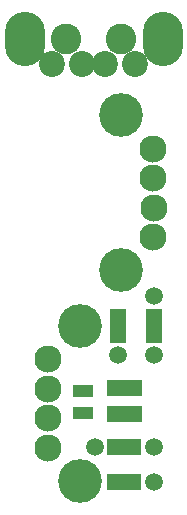
<source format=gbr>
G04 #@! TF.GenerationSoftware,KiCad,Pcbnew,(5.0.0)*
G04 #@! TF.CreationDate,2018-10-13T10:57:01-04:00*
G04 #@! TF.ProjectId,SecondPort_m3_usb,5365636F6E64506F72745F6D335F7573,1*
G04 #@! TF.SameCoordinates,Original*
G04 #@! TF.FileFunction,Soldermask,Bot*
G04 #@! TF.FilePolarity,Negative*
%FSLAX46Y46*%
G04 Gerber Fmt 4.6, Leading zero omitted, Abs format (unit mm)*
G04 Created by KiCad (PCBNEW (5.0.0)) date 10/13/18 10:57:01*
%MOMM*%
%LPD*%
G01*
G04 APERTURE LIST*
%ADD10C,2.300000*%
%ADD11C,3.700000*%
%ADD12O,3.400000X4.600000*%
%ADD13C,2.600000*%
%ADD14C,2.200000*%
%ADD15R,1.700000X1.100000*%
%ADD16R,1.050000X1.460000*%
%ADD17R,1.400000X2.900000*%
%ADD18R,2.900000X1.400000*%
%ADD19C,1.500000*%
G04 APERTURE END LIST*
D10*
G04 #@! TO.C,J3*
X106790000Y-129570000D03*
X106800000Y-132070000D03*
X106775000Y-134570000D03*
X106790000Y-137070000D03*
D11*
X109500000Y-126750000D03*
X109500000Y-139890000D03*
G04 #@! TD*
D12*
G04 #@! TO.C,J1*
X116500000Y-102500000D03*
X104800000Y-102500000D03*
D13*
X112950000Y-102500000D03*
X108350000Y-102500000D03*
D14*
X114150000Y-104600000D03*
X111650000Y-104600000D03*
X109650000Y-104600000D03*
X107150000Y-104600000D03*
G04 #@! TD*
D11*
G04 #@! TO.C,J2*
X113000000Y-122070000D03*
X113000000Y-108930000D03*
D10*
X115710000Y-119250000D03*
X115725000Y-116750000D03*
X115700000Y-114250000D03*
X115710000Y-111750000D03*
G04 #@! TD*
D15*
G04 #@! TO.C,R1*
X109750000Y-134150000D03*
X109750000Y-132250000D03*
G04 #@! TD*
D16*
G04 #@! TO.C,U1*
X113250000Y-134250000D03*
X112300000Y-134250000D03*
X114200000Y-134250000D03*
X114200000Y-132050000D03*
X113250000Y-132050000D03*
X112300000Y-132050000D03*
G04 #@! TD*
D17*
G04 #@! TO.C,C2*
X112750000Y-126750000D03*
X115750000Y-126750000D03*
G04 #@! TD*
D18*
G04 #@! TO.C,C1*
X113250000Y-140000000D03*
X113250000Y-137000000D03*
G04 #@! TD*
D19*
X112750000Y-129250000D03*
X115750000Y-140000000D03*
X115750000Y-124250000D03*
X115750000Y-129250000D03*
X115750000Y-137000000D03*
X110750000Y-137000000D03*
M02*

</source>
